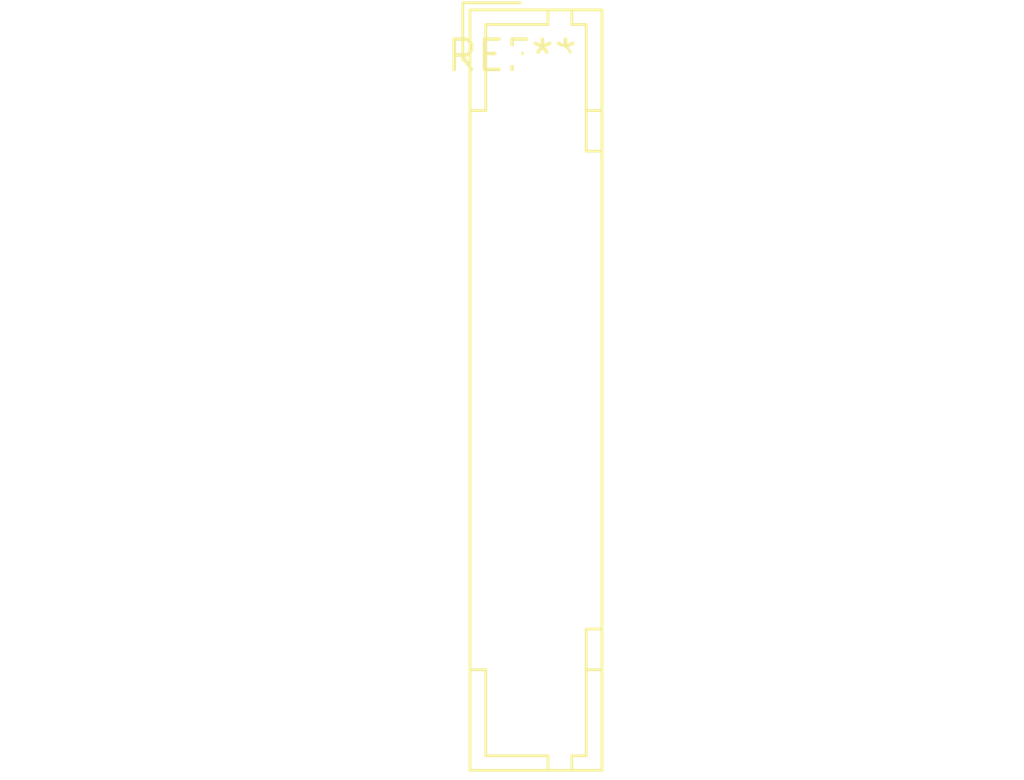
<source format=kicad_pcb>
(kicad_pcb (version 20240108) (generator pcbnew)
  (layers (0 "F.Cu" signal) (31 "B.Cu" signal) (34 "B.Paste" user) (35 "F.Paste" user) (36 "B.SilkS" user "B.Silkscreen") (37 "F.SilkS" user "F.Silkscreen") (38 "B.Mask" user) (39 "F.Mask" user) (44 "Edge.Cuts" user))
  (net 0 "")
  (footprint "JAE_LY20-30P-DT1_2x15_P2.00mm_Vertical" (layer "F.Cu") (at 0 0)
    (property "Reference" "REF**")
    (property "Value" "JAE_LY20-30P-DT1_2x15_P2.00mm_Vertical")
    (fp_line (start -2.06 -2.21) (end -2.06 0.2) (layer "F.SilkS") (stroke (width 0.12)))
    (fp_line (start -1.76 -1.91) (end -1.76 29.91) (layer "F.SilkS") (stroke (width 0.12)))
    (fp_line (start -1.76 29.91) (end 3.76 29.91) (layer "F.SilkS") (stroke (width 0.12)))
    (fp_line (start -1.1 -1.3) (end -1.1 2.3) (layer "F.SilkS") (stroke (width 0.12)))
    (fp_line (start -1.1 2.3) (end -1.76 2.3) (layer "F.SilkS") (stroke (width 0.12)))
    (fp_line (start -1.1 25.7) (end -1.76 25.7) (layer "F.SilkS") (stroke (width 0.12)))
    (fp_line (start -1.1 29.3) (end -1.1 25.7) (layer "F.SilkS") (stroke (width 0.12)))
    (fp_line (start 0.35 -2.21) (end -2.06 -2.21) (layer "F.SilkS") (stroke (width 0.12)))
    (fp_line (start 1.5 -1.91) (end 1.5 -1.3) (layer "F.SilkS") (stroke (width 0.12)))
    (fp_line (start 1.5 -1.3) (end -1.1 -1.3) (layer "F.SilkS") (stroke (width 0.12)))
    (fp_line (start 1.5 29.3) (end -1.1 29.3) (layer "F.SilkS") (stroke (width 0.12)))
    (fp_line (start 1.5 29.91) (end 1.5 29.3) (layer "F.SilkS") (stroke (width 0.12)))
    (fp_line (start 2.5 -1.91) (end 2.5 -1.3) (layer "F.SilkS") (stroke (width 0.12)))
    (fp_line (start 2.5 -1.3) (end 3.1 -1.3) (layer "F.SilkS") (stroke (width 0.12)))
    (fp_line (start 2.5 29.3) (end 3.1 29.3) (layer "F.SilkS") (stroke (width 0.12)))
    (fp_line (start 2.5 29.91) (end 2.5 29.3) (layer "F.SilkS") (stroke (width 0.12)))
    (fp_line (start 3.1 -1.3) (end 3.1 4) (layer "F.SilkS") (stroke (width 0.12)))
    (fp_line (start 3.1 4) (end 3.76 4) (layer "F.SilkS") (stroke (width 0.12)))
    (fp_line (start 3.1 24) (end 3.76 24) (layer "F.SilkS") (stroke (width 0.12)))
    (fp_line (start 3.1 29.3) (end 3.1 24) (layer "F.SilkS") (stroke (width 0.12)))
    (fp_line (start 3.76 -1.91) (end -1.76 -1.91) (layer "F.SilkS") (stroke (width 0.12)))
    (fp_line (start 3.76 2.3) (end 3.1 2.3) (layer "F.SilkS") (stroke (width 0.12)))
    (fp_line (start 3.76 25.7) (end 3.1 25.7) (layer "F.SilkS") (stroke (width 0.12)))
    (fp_line (start 3.76 29.91) (end 3.76 -1.91) (layer "F.SilkS") (stroke (width 0.12)))
    (pad "a1" thru_hole roundrect (at 0 0) (size 1.2 1.2) (drill 0.8) (layers *.Cu *.Mask) (remove_unused_layers) (roundrect_rratio 0.208333))
    (pad "a2" thru_hole circle (at 0 2) (size 1.2 1.2) (drill 0.8) (layers *.Cu *.Mask) (remove_unused_layers))
    (pad "a3" thru_hole circle (at 0 4) (size 1.2 1.2) (drill 0.8) (layers *.Cu *.Mask) (remove_unused_layers))
    (pad "a4" thru_hole circle (at 0 6) (size 1.2 1.2) (drill 0.8) (layers *.Cu *.Mask) (remove_unused_layers))
    (pad "a5" thru_hole circle (at 0 8) (size 1.2 1.2) (drill 0.8) (layers *.Cu *.Mask) (remove_unused_layers))
    (pad "a6" thru_hole circle (at 0 10) (size 1.2 1.2) (drill 0.8) (layers *.Cu *.Mask) (remove_unused_layers))
    (pad "a7" thru_hole circle (at 0 12) (size 1.2 1.2) (drill 0.8) (layers *.Cu *.Mask) (remove_unused_layers))
    (pad "a8" thru_hole circle (at 0 14) (size 1.2 1.2) (drill 0.8) (layers *.Cu *.Mask) (remove_unused_layers))
    (pad "a9" thru_hole circle (at 0 16) (size 1.2 1.2) (drill 0.8) (layers *.Cu *.Mask) (remove_unused_layers))
    (pad "a10" thru_hole circle (at 0 18) (size 1.2 1.2) (drill 0.8) (layers *.Cu *.Mask) (remove_unused_layers))
    (pad "a11" thru_hole circle (at 0 20) (size 1.2 1.2) (drill 0.8) (layers *.Cu *.Mask) (remove_unused_layers))
    (pad "a12" thru_hole circle (at 0 22) (size 1.2 1.2) (drill 0.8) (layers *.Cu *.Mask) (remove_unused_layers))
    (pad "a13" thru_hole circle (at 0 24) (size 1.2 1.2) (drill 0.8) (layers *.Cu *.Mask) (remove_unused_layers))
    (pad "a14" thru_hole circle (at 0 26) (size 1.2 1.2) (drill 0.8) (layers *.Cu *.Mask) (remove_unused_layers))
    (pad "a15" thru_hole circle (at 0 28) (size 1.2 1.2) (drill 0.8) (layers *.Cu *.Mask) (remove_unused_layers))
    (pad "b1" thru_hole circle (at 2 0) (size 1.2 1.2) (drill 0.8) (layers *.Cu *.Mask) (remove_unused_layers))
    (pad "b2" thru_hole circle (at 2 2) (size 1.2 1.2) (drill 0.8) (layers *.Cu *.Mask) (remove_unused_layers))
    (pad "b3" thru_hole circle (at 2 4) (size 1.2 1.2) (drill 0.8) (layers *.Cu *.Mask) (remove_unused_layers))
    (pad "b4" thru_hole circle (at 2 6) (size 1.2 1.2) (drill 0.8) (layers *.Cu *.Mask) (remove_unused_layers))
    (pad "b5" thru_hole circle (at 2 8) (size 1.2 1.2) (drill 0.8) (layers *.Cu *.Mask) (remove_unused_layers))
    (pad "b6" thru_hole circle (at 2 10) (size 1.2 1.2) (drill 0.8) (layers *.Cu *.Mask) (remove_unused_layers))
    (pad "b7" thru_hole circle (at 2 12) (size 1.2 1.2) (drill 0.8) (layers *.Cu *.Mask) (remove_unused_layers))
    (pad "b8" thru_hole circle (at 2 14) (size 1.2 1.2) (drill 0.8) (layers *.Cu *.Mask) (remove_unused_layers))
    (pad "b9" thru_hole circle (at 2 16) (size 1.2 1.2) (drill 0.8) (layers *.Cu *.Mask) (remove_unused_layers))
    (pad "b10" thru_hole circle (at 2 18) (size 1.2 1.2) (drill 0.8) (layers *.Cu *.Mask) (remove_unused_layers))
    (pad "b11" thru_hole circle (at 2 20) (size 1.2 1.2) (drill 0.8) (layers *.Cu *.Mask) (remove_unused_layers))
    (pad "b12" thru_hole circle (at 2 22) (size 1.2 1.2) (drill 0.8) (layers *.Cu *.Mask) (remove_unused_layers))
    (pad "b13" thru_hole circle (at 2 24) (size 1.2 1.2) (drill 0.8) (layers *.Cu *.Mask) (remove_unused_layers))
    (pad "b14" thru_hole circle (at 2 26) (size 1.2 1.2) (drill 0.8) (layers *.Cu *.Mask) (remove_unused_layers))
    (pad "b15" thru_hole circle (at 2 28) (size 1.2 1.2) (drill 0.8) (layers *.Cu *.Mask) (remove_unused_layers))
  )
)
</source>
